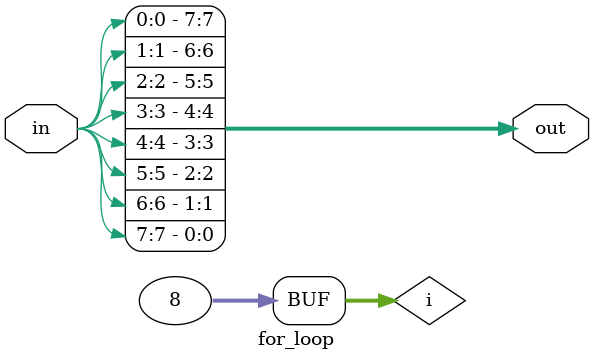
<source format=v>
module for_loop( 
    input [7:0] in,
    output reg [7:0] out
);
	integer i;
    always@(*)begin
        for(i = 0;i < 8;i = i + 1)begin
            out[i]=in[7-i];
        end
    end
endmodule

</source>
